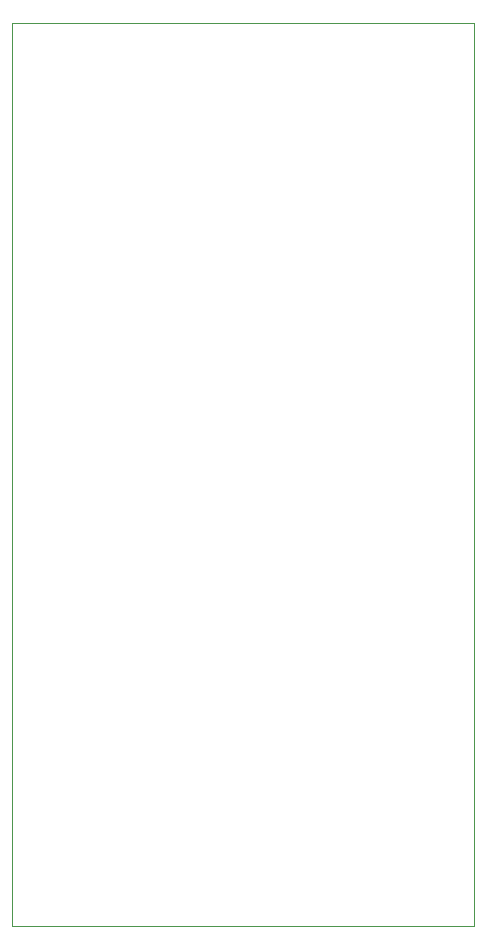
<source format=gm1>
G04 #@! TF.GenerationSoftware,KiCad,Pcbnew,7.0.2-0*
G04 #@! TF.CreationDate,2024-11-24T22:08:16+01:00*
G04 #@! TF.ProjectId,MIDI Box,4d494449-2042-46f7-982e-6b696361645f,rev?*
G04 #@! TF.SameCoordinates,Original*
G04 #@! TF.FileFunction,Profile,NP*
%FSLAX46Y46*%
G04 Gerber Fmt 4.6, Leading zero omitted, Abs format (unit mm)*
G04 Created by KiCad (PCBNEW 7.0.2-0) date 2024-11-24 22:08:16*
%MOMM*%
%LPD*%
G01*
G04 APERTURE LIST*
G04 #@! TA.AperFunction,Profile*
%ADD10C,0.100000*%
G04 #@! TD*
G04 APERTURE END LIST*
D10*
X141986000Y-60706000D02*
X181102000Y-60706000D01*
X181102000Y-137160000D01*
X141986000Y-137160000D01*
X141986000Y-60706000D01*
M02*

</source>
